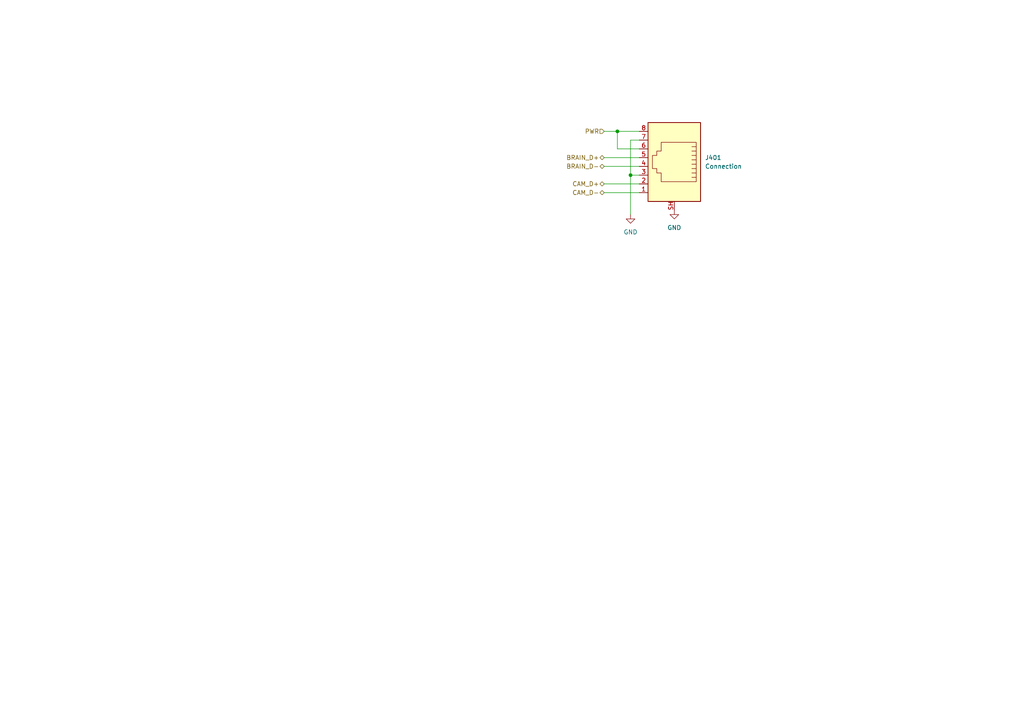
<source format=kicad_sch>
(kicad_sch (version 20230121) (generator eeschema)
  (paper "A4")
  (lib_symbols
    (symbol "Connector:8P8C_Shielded" (pin_names (offset 1.016))
      (property "Reference" "J" (at -5.08 13.97 0))
      (property "Value" "8P8C_Shielded" (at 2.54 13.97 0))
      (symbol "8P8C_Shielded_0_1"
        (polyline (pts (xy -5.08 4.445) (xy -6.35 4.445)))
        (polyline (pts (xy -5.08 5.715) (xy -6.35 5.715)))
        (polyline (pts (xy -6.35 -3.175) (xy -5.08 -3.175) (xy -5.08 -3.175)))
        (polyline (pts (xy -6.35 -1.905) (xy -5.08 -1.905) (xy -5.08 -1.905)))
        (polyline (pts (xy -6.35 -0.635) (xy -5.08 -0.635) (xy -5.08 -0.635)))
        (polyline (pts (xy -6.35 0.635) (xy -5.08 0.635) (xy -5.08 0.635)))
        (polyline (pts (xy -6.35 1.905) (xy -5.08 1.905) (xy -5.08 1.905)))
        (polyline (pts (xy -5.08 3.175) (xy -6.35 3.175) (xy -6.35 3.175)))
        (polyline (pts (xy -6.35 -4.445) (xy -6.35 6.985) (xy 3.81 6.985) (xy 3.81 4.445) (xy 5.08 4.445) (xy 5.08 3.175) (xy 6.35 3.175) (xy 6.35 -0.635) (xy 5.08 -0.635) (xy 5.08 -1.905) (xy 3.81 -1.905) (xy 3.81 -4.445) (xy -6.35 -4.445) (xy -6.35 -4.445)))
        (rectangle (start 7.62 12.7) (end -7.62 -10.16) (stroke (width 0.254)) (fill (type background)))
      )
      (symbol "8P8C_Shielded_1_1"
        (pin passive line (at 10.16 -7.62 180) (length 2.54) (name "~") (number "1"))
        (pin passive line (at 10.16 -5.08 180) (length 2.54) (name "~") (number "2"))
        (pin passive line (at 10.16 -2.54 180) (length 2.54) (name "~") (number "3"))
        (pin passive line (at 10.16 0 180) (length 2.54) (name "~") (number "4"))
        (pin passive line (at 10.16 2.54 180) (length 2.54) (name "~") (number "5"))
        (pin passive line (at 10.16 5.08 180) (length 2.54) (name "~") (number "6"))
        (pin passive line (at 10.16 7.62 180) (length 2.54) (name "~") (number "7"))
        (pin passive line (at 10.16 10.16 180) (length 2.54) (name "~") (number "8"))
        (pin passive line (at 0 -12.7 90) (length 2.54) (name "~") (number "SH"))
      )
    )
    (symbol "power:GND" (power) (pin_names (offset 0))
      (property "Value" "GND" (at 0 -3.81 0))
      (symbol "GND_0_1"
        (polyline (pts (xy 0 0) (xy 0 -1.27) (xy 1.27 -1.27) (xy 0 -2.54) (xy -1.27 -1.27) (xy 0 -1.27)))
      )
      (symbol "GND_1_1"
        (pin power_in line (at 0 0 270) (length 0) hide (name "GND") (number "1"))
      )
    )
  )
  (junction (at 179.07 38.1))
  (junction (at 182.88 50.8))
  (wire (pts (xy 182.88 40.64) (xy 182.88 50.8)))
  (wire (pts (xy 179.07 38.1) (xy 185.42 38.1)))
  (wire (pts (xy 175.26 55.88) (xy 185.42 55.88)))
  (wire (pts (xy 175.26 48.26) (xy 185.42 48.26)))
  (wire (pts (xy 185.42 50.8) (xy 182.88 50.8)))
  (wire (pts (xy 175.26 53.34) (xy 185.42 53.34)))
  (wire (pts (xy 175.26 45.72) (xy 185.42 45.72)))
  (wire (pts (xy 179.07 43.18) (xy 179.07 38.1)))
  (wire (pts (xy 182.88 50.8) (xy 182.88 62.23)))
  (wire (pts (xy 185.42 43.18) (xy 179.07 43.18)))
  (wire (pts (xy 175.26 38.1) (xy 179.07 38.1)))
  (wire (pts (xy 185.42 40.64) (xy 182.88 40.64)))
  (hierarchical_label "CAM_D-" (shape bidirectional) (at 175.26 55.88 180))
  (hierarchical_label "PWR" (shape input) (at 175.26 38.1 180))
  (hierarchical_label "BRAIN_D+" (shape bidirectional) (at 175.26 45.72 180))
  (hierarchical_label "CAM_D+" (shape bidirectional) (at 175.26 53.34 180))
  (hierarchical_label "BRAIN_D-" (shape bidirectional) (at 175.26 48.26 180))
  (symbol (lib_id "Connector:8P8C_Shielded") (at 195.58 48.26 0) (mirror y) (unit 1)
    (property "Reference" "J401" (at 204.47 45.72 0) (effects (justify right)))
    (property "Value" "Connection" (at 204.47 48.26 0) (effects (justify right)))
    (property "Footprint" "Droid:Connector_RJ45_SS-7188S-A-PG4-BA-50" (effects hide))
    (property "mpn" "SS-7188S-A-PG4-BA-50" (effects hide))
    (instances (project "linkertron" (path "" (reference "J401") (unit 1)) (path "" (reference "J501") (unit 1))))
  )
  (symbol (lib_id "power:GND") (at 182.88 62.23 0) (unit 1)
    (property "Reference" "#PWR0401" (effects hide))
    (property "Value" "GND" (at 182.88 67.31 0))
    (instances (project "linkertron" (path "" (reference "#PWR0401") (unit 1)) (path "" (reference "#PWR0501") (unit 1))))
  )
  (symbol (lib_id "power:GND") (at 195.58 60.96 0) (unit 1)
    (property "Reference" "#PWR0402" (effects hide))
    (property "Value" "GND" (at 195.58 66.04 0))
    (instances (project "linkertron" (path "" (reference "#PWR0402") (unit 1)) (path "" (reference "#PWR0502") (unit 1))))
  )
)
</source>
